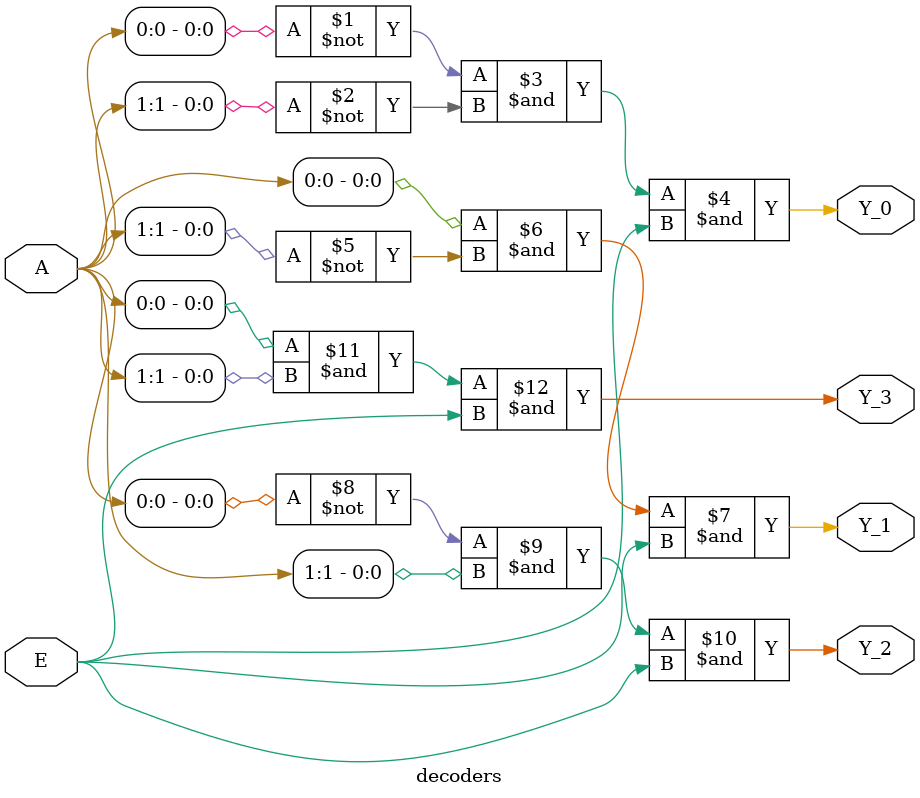
<source format=v>
module decoders(A,E,Y_0,Y_1,Y_2,Y_3);

    input [1:0] A;

    input E;

    output Y_0,Y_1,Y_2,Y_3;

    //Defining the combinational logic for the relvent decoder output pins

    assign Y_0 = (~A[0]) & (~A[1]) & (E);

   // assign Y_1 = (~A[0]) & (A[1]) & (E);

    assign Y_1 = (A[0]) & (~A[1]) & (E);

    assign Y_2 = (~A[0]) & (A[1]) & (E);

    assign Y_3 = (A[0]) & (A[1]) & (E);

endmodule
</source>
